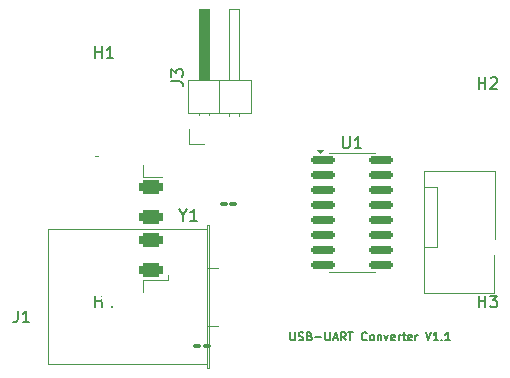
<source format=gto>
%TF.GenerationSoftware,KiCad,Pcbnew,9.0.3*%
%TF.CreationDate,2025-08-08T09:11:38+05:30*%
%TF.ProjectId,US-UART(Converter),55532d55-4152-4542-9843-6f6e76657274,rev?*%
%TF.SameCoordinates,Original*%
%TF.FileFunction,Legend,Top*%
%TF.FilePolarity,Positive*%
%FSLAX46Y46*%
G04 Gerber Fmt 4.6, Leading zero omitted, Abs format (unit mm)*
G04 Created by KiCad (PCBNEW 9.0.3) date 2025-08-08 09:11:38*
%MOMM*%
%LPD*%
G01*
G04 APERTURE LIST*
G04 Aperture macros list*
%AMRoundRect*
0 Rectangle with rounded corners*
0 $1 Rounding radius*
0 $2 $3 $4 $5 $6 $7 $8 $9 X,Y pos of 4 corners*
0 Add a 4 corners polygon primitive as box body*
4,1,4,$2,$3,$4,$5,$6,$7,$8,$9,$2,$3,0*
0 Add four circle primitives for the rounded corners*
1,1,$1+$1,$2,$3*
1,1,$1+$1,$4,$5*
1,1,$1+$1,$6,$7*
1,1,$1+$1,$8,$9*
0 Add four rect primitives between the rounded corners*
20,1,$1+$1,$2,$3,$4,$5,0*
20,1,$1+$1,$4,$5,$6,$7,0*
20,1,$1+$1,$6,$7,$8,$9,0*
20,1,$1+$1,$8,$9,$2,$3,0*%
G04 Aperture macros list end*
%ADD10C,0.175000*%
%ADD11C,0.150000*%
%ADD12C,0.120000*%
%ADD13C,0.225000*%
%ADD14C,3.800000*%
%ADD15C,1.500000*%
%ADD16R,1.700000X1.700000*%
%ADD17C,1.700000*%
%ADD18RoundRect,0.150000X-0.825000X-0.150000X0.825000X-0.150000X0.825000X0.150000X-0.825000X0.150000X0*%
%ADD19C,1.100000*%
%ADD20R,2.030000X1.730000*%
%ADD21O,2.030000X1.730000*%
%ADD22RoundRect,0.300000X0.700000X0.300000X-0.700000X0.300000X-0.700000X-0.300000X0.700000X-0.300000X0*%
%ADD23O,3.200000X1.300000*%
%ADD24RoundRect,0.100000X0.217500X0.100000X-0.217500X0.100000X-0.217500X-0.100000X0.217500X-0.100000X0*%
%ADD25RoundRect,0.100000X-0.217500X-0.100000X0.217500X-0.100000X0.217500X0.100000X-0.217500X0.100000X0*%
G04 APERTURE END LIST*
D10*
X112781797Y-83705233D02*
X112781797Y-84271900D01*
X112781797Y-84271900D02*
X112815131Y-84338566D01*
X112815131Y-84338566D02*
X112848464Y-84371900D01*
X112848464Y-84371900D02*
X112915131Y-84405233D01*
X112915131Y-84405233D02*
X113048464Y-84405233D01*
X113048464Y-84405233D02*
X113115131Y-84371900D01*
X113115131Y-84371900D02*
X113148464Y-84338566D01*
X113148464Y-84338566D02*
X113181797Y-84271900D01*
X113181797Y-84271900D02*
X113181797Y-83705233D01*
X113481797Y-84371900D02*
X113581797Y-84405233D01*
X113581797Y-84405233D02*
X113748464Y-84405233D01*
X113748464Y-84405233D02*
X113815130Y-84371900D01*
X113815130Y-84371900D02*
X113848464Y-84338566D01*
X113848464Y-84338566D02*
X113881797Y-84271900D01*
X113881797Y-84271900D02*
X113881797Y-84205233D01*
X113881797Y-84205233D02*
X113848464Y-84138566D01*
X113848464Y-84138566D02*
X113815130Y-84105233D01*
X113815130Y-84105233D02*
X113748464Y-84071900D01*
X113748464Y-84071900D02*
X113615130Y-84038566D01*
X113615130Y-84038566D02*
X113548464Y-84005233D01*
X113548464Y-84005233D02*
X113515130Y-83971900D01*
X113515130Y-83971900D02*
X113481797Y-83905233D01*
X113481797Y-83905233D02*
X113481797Y-83838566D01*
X113481797Y-83838566D02*
X113515130Y-83771900D01*
X113515130Y-83771900D02*
X113548464Y-83738566D01*
X113548464Y-83738566D02*
X113615130Y-83705233D01*
X113615130Y-83705233D02*
X113781797Y-83705233D01*
X113781797Y-83705233D02*
X113881797Y-83738566D01*
X114415131Y-84038566D02*
X114515131Y-84071900D01*
X114515131Y-84071900D02*
X114548464Y-84105233D01*
X114548464Y-84105233D02*
X114581797Y-84171900D01*
X114581797Y-84171900D02*
X114581797Y-84271900D01*
X114581797Y-84271900D02*
X114548464Y-84338566D01*
X114548464Y-84338566D02*
X114515131Y-84371900D01*
X114515131Y-84371900D02*
X114448464Y-84405233D01*
X114448464Y-84405233D02*
X114181797Y-84405233D01*
X114181797Y-84405233D02*
X114181797Y-83705233D01*
X114181797Y-83705233D02*
X114415131Y-83705233D01*
X114415131Y-83705233D02*
X114481797Y-83738566D01*
X114481797Y-83738566D02*
X114515131Y-83771900D01*
X114515131Y-83771900D02*
X114548464Y-83838566D01*
X114548464Y-83838566D02*
X114548464Y-83905233D01*
X114548464Y-83905233D02*
X114515131Y-83971900D01*
X114515131Y-83971900D02*
X114481797Y-84005233D01*
X114481797Y-84005233D02*
X114415131Y-84038566D01*
X114415131Y-84038566D02*
X114181797Y-84038566D01*
X114881797Y-84138566D02*
X115415131Y-84138566D01*
X115748464Y-83705233D02*
X115748464Y-84271900D01*
X115748464Y-84271900D02*
X115781798Y-84338566D01*
X115781798Y-84338566D02*
X115815131Y-84371900D01*
X115815131Y-84371900D02*
X115881798Y-84405233D01*
X115881798Y-84405233D02*
X116015131Y-84405233D01*
X116015131Y-84405233D02*
X116081798Y-84371900D01*
X116081798Y-84371900D02*
X116115131Y-84338566D01*
X116115131Y-84338566D02*
X116148464Y-84271900D01*
X116148464Y-84271900D02*
X116148464Y-83705233D01*
X116448464Y-84205233D02*
X116781797Y-84205233D01*
X116381797Y-84405233D02*
X116615131Y-83705233D01*
X116615131Y-83705233D02*
X116848464Y-84405233D01*
X117481797Y-84405233D02*
X117248464Y-84071900D01*
X117081797Y-84405233D02*
X117081797Y-83705233D01*
X117081797Y-83705233D02*
X117348464Y-83705233D01*
X117348464Y-83705233D02*
X117415131Y-83738566D01*
X117415131Y-83738566D02*
X117448464Y-83771900D01*
X117448464Y-83771900D02*
X117481797Y-83838566D01*
X117481797Y-83838566D02*
X117481797Y-83938566D01*
X117481797Y-83938566D02*
X117448464Y-84005233D01*
X117448464Y-84005233D02*
X117415131Y-84038566D01*
X117415131Y-84038566D02*
X117348464Y-84071900D01*
X117348464Y-84071900D02*
X117081797Y-84071900D01*
X117681797Y-83705233D02*
X118081797Y-83705233D01*
X117881797Y-84405233D02*
X117881797Y-83705233D01*
X119248463Y-84338566D02*
X119215130Y-84371900D01*
X119215130Y-84371900D02*
X119115130Y-84405233D01*
X119115130Y-84405233D02*
X119048463Y-84405233D01*
X119048463Y-84405233D02*
X118948463Y-84371900D01*
X118948463Y-84371900D02*
X118881797Y-84305233D01*
X118881797Y-84305233D02*
X118848463Y-84238566D01*
X118848463Y-84238566D02*
X118815130Y-84105233D01*
X118815130Y-84105233D02*
X118815130Y-84005233D01*
X118815130Y-84005233D02*
X118848463Y-83871900D01*
X118848463Y-83871900D02*
X118881797Y-83805233D01*
X118881797Y-83805233D02*
X118948463Y-83738566D01*
X118948463Y-83738566D02*
X119048463Y-83705233D01*
X119048463Y-83705233D02*
X119115130Y-83705233D01*
X119115130Y-83705233D02*
X119215130Y-83738566D01*
X119215130Y-83738566D02*
X119248463Y-83771900D01*
X119648463Y-84405233D02*
X119581797Y-84371900D01*
X119581797Y-84371900D02*
X119548463Y-84338566D01*
X119548463Y-84338566D02*
X119515130Y-84271900D01*
X119515130Y-84271900D02*
X119515130Y-84071900D01*
X119515130Y-84071900D02*
X119548463Y-84005233D01*
X119548463Y-84005233D02*
X119581797Y-83971900D01*
X119581797Y-83971900D02*
X119648463Y-83938566D01*
X119648463Y-83938566D02*
X119748463Y-83938566D01*
X119748463Y-83938566D02*
X119815130Y-83971900D01*
X119815130Y-83971900D02*
X119848463Y-84005233D01*
X119848463Y-84005233D02*
X119881797Y-84071900D01*
X119881797Y-84071900D02*
X119881797Y-84271900D01*
X119881797Y-84271900D02*
X119848463Y-84338566D01*
X119848463Y-84338566D02*
X119815130Y-84371900D01*
X119815130Y-84371900D02*
X119748463Y-84405233D01*
X119748463Y-84405233D02*
X119648463Y-84405233D01*
X120181796Y-83938566D02*
X120181796Y-84405233D01*
X120181796Y-84005233D02*
X120215130Y-83971900D01*
X120215130Y-83971900D02*
X120281796Y-83938566D01*
X120281796Y-83938566D02*
X120381796Y-83938566D01*
X120381796Y-83938566D02*
X120448463Y-83971900D01*
X120448463Y-83971900D02*
X120481796Y-84038566D01*
X120481796Y-84038566D02*
X120481796Y-84405233D01*
X120748463Y-83938566D02*
X120915129Y-84405233D01*
X120915129Y-84405233D02*
X121081796Y-83938566D01*
X121615129Y-84371900D02*
X121548462Y-84405233D01*
X121548462Y-84405233D02*
X121415129Y-84405233D01*
X121415129Y-84405233D02*
X121348462Y-84371900D01*
X121348462Y-84371900D02*
X121315129Y-84305233D01*
X121315129Y-84305233D02*
X121315129Y-84038566D01*
X121315129Y-84038566D02*
X121348462Y-83971900D01*
X121348462Y-83971900D02*
X121415129Y-83938566D01*
X121415129Y-83938566D02*
X121548462Y-83938566D01*
X121548462Y-83938566D02*
X121615129Y-83971900D01*
X121615129Y-83971900D02*
X121648462Y-84038566D01*
X121648462Y-84038566D02*
X121648462Y-84105233D01*
X121648462Y-84105233D02*
X121315129Y-84171900D01*
X121948462Y-84405233D02*
X121948462Y-83938566D01*
X121948462Y-84071900D02*
X121981796Y-84005233D01*
X121981796Y-84005233D02*
X122015129Y-83971900D01*
X122015129Y-83971900D02*
X122081796Y-83938566D01*
X122081796Y-83938566D02*
X122148462Y-83938566D01*
X122281795Y-83938566D02*
X122548462Y-83938566D01*
X122381795Y-83705233D02*
X122381795Y-84305233D01*
X122381795Y-84305233D02*
X122415129Y-84371900D01*
X122415129Y-84371900D02*
X122481795Y-84405233D01*
X122481795Y-84405233D02*
X122548462Y-84405233D01*
X123048462Y-84371900D02*
X122981795Y-84405233D01*
X122981795Y-84405233D02*
X122848462Y-84405233D01*
X122848462Y-84405233D02*
X122781795Y-84371900D01*
X122781795Y-84371900D02*
X122748462Y-84305233D01*
X122748462Y-84305233D02*
X122748462Y-84038566D01*
X122748462Y-84038566D02*
X122781795Y-83971900D01*
X122781795Y-83971900D02*
X122848462Y-83938566D01*
X122848462Y-83938566D02*
X122981795Y-83938566D01*
X122981795Y-83938566D02*
X123048462Y-83971900D01*
X123048462Y-83971900D02*
X123081795Y-84038566D01*
X123081795Y-84038566D02*
X123081795Y-84105233D01*
X123081795Y-84105233D02*
X122748462Y-84171900D01*
X123381795Y-84405233D02*
X123381795Y-83938566D01*
X123381795Y-84071900D02*
X123415129Y-84005233D01*
X123415129Y-84005233D02*
X123448462Y-83971900D01*
X123448462Y-83971900D02*
X123515129Y-83938566D01*
X123515129Y-83938566D02*
X123581795Y-83938566D01*
X124248461Y-83705233D02*
X124481795Y-84405233D01*
X124481795Y-84405233D02*
X124715128Y-83705233D01*
X125315128Y-84405233D02*
X124915128Y-84405233D01*
X125115128Y-84405233D02*
X125115128Y-83705233D01*
X125115128Y-83705233D02*
X125048461Y-83805233D01*
X125048461Y-83805233D02*
X124981795Y-83871900D01*
X124981795Y-83871900D02*
X124915128Y-83905233D01*
X125615128Y-84338566D02*
X125648462Y-84371900D01*
X125648462Y-84371900D02*
X125615128Y-84405233D01*
X125615128Y-84405233D02*
X125581795Y-84371900D01*
X125581795Y-84371900D02*
X125615128Y-84338566D01*
X125615128Y-84338566D02*
X125615128Y-84405233D01*
X126315128Y-84405233D02*
X125915128Y-84405233D01*
X126115128Y-84405233D02*
X126115128Y-83705233D01*
X126115128Y-83705233D02*
X126048461Y-83805233D01*
X126048461Y-83805233D02*
X125981795Y-83871900D01*
X125981795Y-83871900D02*
X125915128Y-83905233D01*
D11*
X96238095Y-60504819D02*
X96238095Y-59504819D01*
X96238095Y-59981009D02*
X96809523Y-59981009D01*
X96809523Y-60504819D02*
X96809523Y-59504819D01*
X97809523Y-60504819D02*
X97238095Y-60504819D01*
X97523809Y-60504819D02*
X97523809Y-59504819D01*
X97523809Y-59504819D02*
X97428571Y-59647676D01*
X97428571Y-59647676D02*
X97333333Y-59742914D01*
X97333333Y-59742914D02*
X97238095Y-59790533D01*
X96238095Y-81604819D02*
X96238095Y-80604819D01*
X96238095Y-81081009D02*
X96809523Y-81081009D01*
X96809523Y-81604819D02*
X96809523Y-80604819D01*
X97714285Y-80938152D02*
X97714285Y-81604819D01*
X97476190Y-80557200D02*
X97238095Y-81271485D01*
X97238095Y-81271485D02*
X97857142Y-81271485D01*
X128738095Y-81604819D02*
X128738095Y-80604819D01*
X128738095Y-81081009D02*
X129309523Y-81081009D01*
X129309523Y-81604819D02*
X129309523Y-80604819D01*
X129690476Y-80604819D02*
X130309523Y-80604819D01*
X130309523Y-80604819D02*
X129976190Y-80985771D01*
X129976190Y-80985771D02*
X130119047Y-80985771D01*
X130119047Y-80985771D02*
X130214285Y-81033390D01*
X130214285Y-81033390D02*
X130261904Y-81081009D01*
X130261904Y-81081009D02*
X130309523Y-81176247D01*
X130309523Y-81176247D02*
X130309523Y-81414342D01*
X130309523Y-81414342D02*
X130261904Y-81509580D01*
X130261904Y-81509580D02*
X130214285Y-81557200D01*
X130214285Y-81557200D02*
X130119047Y-81604819D01*
X130119047Y-81604819D02*
X129833333Y-81604819D01*
X129833333Y-81604819D02*
X129738095Y-81557200D01*
X129738095Y-81557200D02*
X129690476Y-81509580D01*
X103711309Y-73793628D02*
X103711309Y-74269819D01*
X103377976Y-73269819D02*
X103711309Y-73793628D01*
X103711309Y-73793628D02*
X104044642Y-73269819D01*
X104901785Y-74269819D02*
X104330357Y-74269819D01*
X104616071Y-74269819D02*
X104616071Y-73269819D01*
X104616071Y-73269819D02*
X104520833Y-73412676D01*
X104520833Y-73412676D02*
X104425595Y-73507914D01*
X104425595Y-73507914D02*
X104330357Y-73555533D01*
X102684819Y-62448333D02*
X103399104Y-62448333D01*
X103399104Y-62448333D02*
X103541961Y-62495952D01*
X103541961Y-62495952D02*
X103637200Y-62591190D01*
X103637200Y-62591190D02*
X103684819Y-62734047D01*
X103684819Y-62734047D02*
X103684819Y-62829285D01*
X102684819Y-62067380D02*
X102684819Y-61448333D01*
X102684819Y-61448333D02*
X103065771Y-61781666D01*
X103065771Y-61781666D02*
X103065771Y-61638809D01*
X103065771Y-61638809D02*
X103113390Y-61543571D01*
X103113390Y-61543571D02*
X103161009Y-61495952D01*
X103161009Y-61495952D02*
X103256247Y-61448333D01*
X103256247Y-61448333D02*
X103494342Y-61448333D01*
X103494342Y-61448333D02*
X103589580Y-61495952D01*
X103589580Y-61495952D02*
X103637200Y-61543571D01*
X103637200Y-61543571D02*
X103684819Y-61638809D01*
X103684819Y-61638809D02*
X103684819Y-61924523D01*
X103684819Y-61924523D02*
X103637200Y-62019761D01*
X103637200Y-62019761D02*
X103589580Y-62067380D01*
X128738095Y-63104819D02*
X128738095Y-62104819D01*
X128738095Y-62581009D02*
X129309523Y-62581009D01*
X129309523Y-63104819D02*
X129309523Y-62104819D01*
X129738095Y-62200057D02*
X129785714Y-62152438D01*
X129785714Y-62152438D02*
X129880952Y-62104819D01*
X129880952Y-62104819D02*
X130119047Y-62104819D01*
X130119047Y-62104819D02*
X130214285Y-62152438D01*
X130214285Y-62152438D02*
X130261904Y-62200057D01*
X130261904Y-62200057D02*
X130309523Y-62295295D01*
X130309523Y-62295295D02*
X130309523Y-62390533D01*
X130309523Y-62390533D02*
X130261904Y-62533390D01*
X130261904Y-62533390D02*
X129690476Y-63104819D01*
X129690476Y-63104819D02*
X130309523Y-63104819D01*
X117235595Y-67134819D02*
X117235595Y-67944342D01*
X117235595Y-67944342D02*
X117283214Y-68039580D01*
X117283214Y-68039580D02*
X117330833Y-68087200D01*
X117330833Y-68087200D02*
X117426071Y-68134819D01*
X117426071Y-68134819D02*
X117616547Y-68134819D01*
X117616547Y-68134819D02*
X117711785Y-68087200D01*
X117711785Y-68087200D02*
X117759404Y-68039580D01*
X117759404Y-68039580D02*
X117807023Y-67944342D01*
X117807023Y-67944342D02*
X117807023Y-67134819D01*
X118807023Y-68134819D02*
X118235595Y-68134819D01*
X118521309Y-68134819D02*
X118521309Y-67134819D01*
X118521309Y-67134819D02*
X118426071Y-67277676D01*
X118426071Y-67277676D02*
X118330833Y-67372914D01*
X118330833Y-67372914D02*
X118235595Y-67420533D01*
X89691666Y-81879819D02*
X89691666Y-82594104D01*
X89691666Y-82594104D02*
X89644047Y-82736961D01*
X89644047Y-82736961D02*
X89548809Y-82832200D01*
X89548809Y-82832200D02*
X89405952Y-82879819D01*
X89405952Y-82879819D02*
X89310714Y-82879819D01*
X90691666Y-82879819D02*
X90120238Y-82879819D01*
X90405952Y-82879819D02*
X90405952Y-81879819D01*
X90405952Y-81879819D02*
X90310714Y-82022676D01*
X90310714Y-82022676D02*
X90215476Y-82117914D01*
X90215476Y-82117914D02*
X90120238Y-82165533D01*
D12*
X106630000Y-78250000D02*
X106690000Y-78250000D01*
X105760000Y-78250000D02*
X106630000Y-78250000D01*
X106630000Y-83150000D02*
X106690000Y-83150000D01*
X105760000Y-83150000D02*
X106630000Y-83150000D01*
X105880000Y-74640000D02*
X105760000Y-74640000D01*
X105760000Y-86760000D01*
X105880000Y-86760000D01*
X105880000Y-74640000D01*
X105760000Y-74990000D02*
X92240000Y-74990000D01*
X92240000Y-86410000D01*
X105760000Y-86410000D01*
X105760000Y-74990000D01*
X104230000Y-67770000D02*
X104230000Y-66500000D01*
X105500000Y-67770000D02*
X104230000Y-67770000D01*
X107610000Y-65422642D02*
X107610000Y-65110000D01*
X108470000Y-65422642D02*
X108470000Y-65110000D01*
X105070000Y-65340000D02*
X105070000Y-65110000D01*
X105930000Y-65340000D02*
X105930000Y-65110000D01*
X104120000Y-65110000D02*
X109420000Y-65110000D01*
X106770000Y-65110000D02*
X106770000Y-62350000D01*
X109420000Y-65110000D02*
X109420000Y-62350000D01*
X104120000Y-62350000D02*
X104120000Y-65110000D01*
X107610000Y-62350000D02*
X107610000Y-56350000D01*
X109420000Y-62350000D02*
X104120000Y-62350000D01*
X107610000Y-56350000D02*
X108470000Y-56350000D01*
X108470000Y-56350000D02*
X108470000Y-62350000D01*
X105070000Y-62350000D02*
X105930000Y-62350000D01*
X105930000Y-56350000D01*
X105070000Y-56350000D01*
X105070000Y-62350000D01*
G36*
X105070000Y-62350000D02*
G01*
X105930000Y-62350000D01*
X105930000Y-56350000D01*
X105070000Y-56350000D01*
X105070000Y-62350000D01*
G37*
X117997500Y-68520000D02*
X116047500Y-68520000D01*
X117997500Y-68520000D02*
X119947500Y-68520000D01*
X117997500Y-78640000D02*
X116047500Y-78640000D01*
X117997500Y-78640000D02*
X119947500Y-78640000D01*
X115297500Y-68575000D02*
X115057500Y-68245000D01*
X115537500Y-68245000D01*
X115297500Y-68575000D01*
G36*
X115297500Y-68575000D02*
G01*
X115057500Y-68245000D01*
X115537500Y-68245000D01*
X115297500Y-68575000D01*
G37*
X130100000Y-70070000D02*
X130100000Y-75820000D01*
X124100000Y-70070000D02*
X130100000Y-70070000D01*
X125210000Y-71420000D02*
X125210000Y-76500000D01*
X124200000Y-71420000D02*
X125210000Y-71420000D01*
X125210000Y-76500000D02*
X124200000Y-76500000D01*
X130050000Y-77170000D02*
X130050000Y-80370000D01*
X130050000Y-80370000D02*
X124100000Y-80370000D01*
X124100000Y-80370000D02*
X124100000Y-70070000D01*
X102425000Y-79285000D02*
X102425000Y-78825000D01*
X102425000Y-79285000D02*
X100325000Y-79285000D01*
X101945000Y-70565000D02*
X100325000Y-70565000D01*
X100325000Y-80325000D02*
X100325000Y-79285000D01*
X100325000Y-70565000D02*
X100325000Y-69525000D01*
X96540000Y-81035000D02*
X96270000Y-81035000D01*
X96540000Y-68815000D02*
X96270000Y-68815000D01*
%LPC*%
D13*
X112819454Y-85835300D02*
X112948026Y-85878157D01*
X112948026Y-85878157D02*
X113162311Y-85878157D01*
X113162311Y-85878157D02*
X113248026Y-85835300D01*
X113248026Y-85835300D02*
X113290883Y-85792442D01*
X113290883Y-85792442D02*
X113333740Y-85706728D01*
X113333740Y-85706728D02*
X113333740Y-85621014D01*
X113333740Y-85621014D02*
X113290883Y-85535300D01*
X113290883Y-85535300D02*
X113248026Y-85492442D01*
X113248026Y-85492442D02*
X113162311Y-85449585D01*
X113162311Y-85449585D02*
X112990883Y-85406728D01*
X112990883Y-85406728D02*
X112905168Y-85363871D01*
X112905168Y-85363871D02*
X112862311Y-85321014D01*
X112862311Y-85321014D02*
X112819454Y-85235300D01*
X112819454Y-85235300D02*
X112819454Y-85149585D01*
X112819454Y-85149585D02*
X112862311Y-85063871D01*
X112862311Y-85063871D02*
X112905168Y-85021014D01*
X112905168Y-85021014D02*
X112990883Y-84978157D01*
X112990883Y-84978157D02*
X113205168Y-84978157D01*
X113205168Y-84978157D02*
X113333740Y-85021014D01*
X113719454Y-85878157D02*
X113719454Y-84978157D01*
X114105169Y-85878157D02*
X114105169Y-85406728D01*
X114105169Y-85406728D02*
X114062311Y-85321014D01*
X114062311Y-85321014D02*
X113976597Y-85278157D01*
X113976597Y-85278157D02*
X113848026Y-85278157D01*
X113848026Y-85278157D02*
X113762311Y-85321014D01*
X113762311Y-85321014D02*
X113719454Y-85363871D01*
X114919455Y-85278157D02*
X114919455Y-85878157D01*
X114533740Y-85278157D02*
X114533740Y-85749585D01*
X114533740Y-85749585D02*
X114576597Y-85835300D01*
X114576597Y-85835300D02*
X114662312Y-85878157D01*
X114662312Y-85878157D02*
X114790883Y-85878157D01*
X114790883Y-85878157D02*
X114876597Y-85835300D01*
X114876597Y-85835300D02*
X114919455Y-85792442D01*
X115348026Y-85878157D02*
X115348026Y-84978157D01*
X115348026Y-85321014D02*
X115433741Y-85278157D01*
X115433741Y-85278157D02*
X115605169Y-85278157D01*
X115605169Y-85278157D02*
X115690883Y-85321014D01*
X115690883Y-85321014D02*
X115733741Y-85363871D01*
X115733741Y-85363871D02*
X115776598Y-85449585D01*
X115776598Y-85449585D02*
X115776598Y-85706728D01*
X115776598Y-85706728D02*
X115733741Y-85792442D01*
X115733741Y-85792442D02*
X115690883Y-85835300D01*
X115690883Y-85835300D02*
X115605169Y-85878157D01*
X115605169Y-85878157D02*
X115433741Y-85878157D01*
X115433741Y-85878157D02*
X115348026Y-85835300D01*
X116162312Y-85878157D02*
X116162312Y-84978157D01*
X116548027Y-85878157D02*
X116548027Y-85406728D01*
X116548027Y-85406728D02*
X116505169Y-85321014D01*
X116505169Y-85321014D02*
X116419455Y-85278157D01*
X116419455Y-85278157D02*
X116290884Y-85278157D01*
X116290884Y-85278157D02*
X116205169Y-85321014D01*
X116205169Y-85321014D02*
X116162312Y-85363871D01*
X117362313Y-85878157D02*
X117362313Y-85406728D01*
X117362313Y-85406728D02*
X117319455Y-85321014D01*
X117319455Y-85321014D02*
X117233741Y-85278157D01*
X117233741Y-85278157D02*
X117062313Y-85278157D01*
X117062313Y-85278157D02*
X116976598Y-85321014D01*
X117362313Y-85835300D02*
X117276598Y-85878157D01*
X117276598Y-85878157D02*
X117062313Y-85878157D01*
X117062313Y-85878157D02*
X116976598Y-85835300D01*
X116976598Y-85835300D02*
X116933741Y-85749585D01*
X116933741Y-85749585D02*
X116933741Y-85663871D01*
X116933741Y-85663871D02*
X116976598Y-85578157D01*
X116976598Y-85578157D02*
X117062313Y-85535300D01*
X117062313Y-85535300D02*
X117276598Y-85535300D01*
X117276598Y-85535300D02*
X117362313Y-85492442D01*
X117790884Y-85878157D02*
X117790884Y-85278157D01*
X117790884Y-85363871D02*
X117833741Y-85321014D01*
X117833741Y-85321014D02*
X117919456Y-85278157D01*
X117919456Y-85278157D02*
X118048027Y-85278157D01*
X118048027Y-85278157D02*
X118133741Y-85321014D01*
X118133741Y-85321014D02*
X118176599Y-85406728D01*
X118176599Y-85406728D02*
X118176599Y-85878157D01*
X118176599Y-85406728D02*
X118219456Y-85321014D01*
X118219456Y-85321014D02*
X118305170Y-85278157D01*
X118305170Y-85278157D02*
X118433741Y-85278157D01*
X118433741Y-85278157D02*
X118519456Y-85321014D01*
X118519456Y-85321014D02*
X118562313Y-85406728D01*
X118562313Y-85406728D02*
X118562313Y-85878157D01*
X119590884Y-84978157D02*
X119805170Y-85878157D01*
X119805170Y-85878157D02*
X119976598Y-85235300D01*
X119976598Y-85235300D02*
X120148027Y-85878157D01*
X120148027Y-85878157D02*
X120362313Y-84978157D01*
X121090884Y-85878157D02*
X121090884Y-85406728D01*
X121090884Y-85406728D02*
X121048026Y-85321014D01*
X121048026Y-85321014D02*
X120962312Y-85278157D01*
X120962312Y-85278157D02*
X120790884Y-85278157D01*
X120790884Y-85278157D02*
X120705169Y-85321014D01*
X121090884Y-85835300D02*
X121005169Y-85878157D01*
X121005169Y-85878157D02*
X120790884Y-85878157D01*
X120790884Y-85878157D02*
X120705169Y-85835300D01*
X120705169Y-85835300D02*
X120662312Y-85749585D01*
X120662312Y-85749585D02*
X120662312Y-85663871D01*
X120662312Y-85663871D02*
X120705169Y-85578157D01*
X120705169Y-85578157D02*
X120790884Y-85535300D01*
X120790884Y-85535300D02*
X121005169Y-85535300D01*
X121005169Y-85535300D02*
X121090884Y-85492442D01*
X121519455Y-85878157D02*
X121519455Y-85278157D01*
X121519455Y-84978157D02*
X121476598Y-85021014D01*
X121476598Y-85021014D02*
X121519455Y-85063871D01*
X121519455Y-85063871D02*
X121562312Y-85021014D01*
X121562312Y-85021014D02*
X121519455Y-84978157D01*
X121519455Y-84978157D02*
X121519455Y-85063871D01*
X121948026Y-85278157D02*
X121948026Y-85878157D01*
X121948026Y-85363871D02*
X121990883Y-85321014D01*
X121990883Y-85321014D02*
X122076598Y-85278157D01*
X122076598Y-85278157D02*
X122205169Y-85278157D01*
X122205169Y-85278157D02*
X122290883Y-85321014D01*
X122290883Y-85321014D02*
X122333741Y-85406728D01*
X122333741Y-85406728D02*
X122333741Y-85878157D01*
X123148027Y-85278157D02*
X123148027Y-86006728D01*
X123148027Y-86006728D02*
X123105169Y-86092442D01*
X123105169Y-86092442D02*
X123062312Y-86135300D01*
X123062312Y-86135300D02*
X122976598Y-86178157D01*
X122976598Y-86178157D02*
X122848027Y-86178157D01*
X122848027Y-86178157D02*
X122762312Y-86135300D01*
X123148027Y-85835300D02*
X123062312Y-85878157D01*
X123062312Y-85878157D02*
X122890884Y-85878157D01*
X122890884Y-85878157D02*
X122805169Y-85835300D01*
X122805169Y-85835300D02*
X122762312Y-85792442D01*
X122762312Y-85792442D02*
X122719455Y-85706728D01*
X122719455Y-85706728D02*
X122719455Y-85449585D01*
X122719455Y-85449585D02*
X122762312Y-85363871D01*
X122762312Y-85363871D02*
X122805169Y-85321014D01*
X122805169Y-85321014D02*
X122890884Y-85278157D01*
X122890884Y-85278157D02*
X123062312Y-85278157D01*
X123062312Y-85278157D02*
X123148027Y-85321014D01*
X123962313Y-85878157D02*
X123962313Y-85406728D01*
X123962313Y-85406728D02*
X123919455Y-85321014D01*
X123919455Y-85321014D02*
X123833741Y-85278157D01*
X123833741Y-85278157D02*
X123662313Y-85278157D01*
X123662313Y-85278157D02*
X123576598Y-85321014D01*
X123962313Y-85835300D02*
X123876598Y-85878157D01*
X123876598Y-85878157D02*
X123662313Y-85878157D01*
X123662313Y-85878157D02*
X123576598Y-85835300D01*
X123576598Y-85835300D02*
X123533741Y-85749585D01*
X123533741Y-85749585D02*
X123533741Y-85663871D01*
X123533741Y-85663871D02*
X123576598Y-85578157D01*
X123576598Y-85578157D02*
X123662313Y-85535300D01*
X123662313Y-85535300D02*
X123876598Y-85535300D01*
X123876598Y-85535300D02*
X123962313Y-85492442D01*
X124776599Y-85878157D02*
X124776599Y-84978157D01*
X124776599Y-85835300D02*
X124690884Y-85878157D01*
X124690884Y-85878157D02*
X124519456Y-85878157D01*
X124519456Y-85878157D02*
X124433741Y-85835300D01*
X124433741Y-85835300D02*
X124390884Y-85792442D01*
X124390884Y-85792442D02*
X124348027Y-85706728D01*
X124348027Y-85706728D02*
X124348027Y-85449585D01*
X124348027Y-85449585D02*
X124390884Y-85363871D01*
X124390884Y-85363871D02*
X124433741Y-85321014D01*
X124433741Y-85321014D02*
X124519456Y-85278157D01*
X124519456Y-85278157D02*
X124690884Y-85278157D01*
X124690884Y-85278157D02*
X124776599Y-85321014D01*
X125548027Y-85835300D02*
X125462313Y-85878157D01*
X125462313Y-85878157D02*
X125290885Y-85878157D01*
X125290885Y-85878157D02*
X125205170Y-85835300D01*
X125205170Y-85835300D02*
X125162313Y-85749585D01*
X125162313Y-85749585D02*
X125162313Y-85406728D01*
X125162313Y-85406728D02*
X125205170Y-85321014D01*
X125205170Y-85321014D02*
X125290885Y-85278157D01*
X125290885Y-85278157D02*
X125462313Y-85278157D01*
X125462313Y-85278157D02*
X125548027Y-85321014D01*
X125548027Y-85321014D02*
X125590885Y-85406728D01*
X125590885Y-85406728D02*
X125590885Y-85492442D01*
X125590885Y-85492442D02*
X125162313Y-85578157D01*
D14*
X97000000Y-65500000D03*
X97000000Y-84000000D03*
X129500000Y-84000000D03*
D15*
X107500000Y-78250000D03*
X107500000Y-83150000D03*
D16*
X105500000Y-66500000D03*
D17*
X108040000Y-66500000D03*
D14*
X129500000Y-65500000D03*
D18*
X115522500Y-69135000D03*
X115522500Y-70405000D03*
X115522500Y-71675000D03*
X115522500Y-72945000D03*
X115522500Y-74215000D03*
X115522500Y-75485000D03*
X115522500Y-76755000D03*
X115522500Y-78025000D03*
X120472500Y-78025000D03*
X120472500Y-76755000D03*
X120472500Y-75485000D03*
X120472500Y-74215000D03*
X120472500Y-72945000D03*
X120472500Y-71675000D03*
X120472500Y-70405000D03*
X120472500Y-69135000D03*
D19*
X129660000Y-76500000D03*
D20*
X127500000Y-71420000D03*
D21*
X127500000Y-73960000D03*
X127500000Y-76500000D03*
X127500000Y-79040000D03*
D19*
X98400000Y-77175000D03*
X98400000Y-72675000D03*
D22*
X101000000Y-78425000D03*
X101000000Y-75925000D03*
X101000000Y-73925000D03*
X101000000Y-71425000D03*
D23*
X98400000Y-80775000D03*
X98400000Y-69075000D03*
D24*
X105740000Y-84850000D03*
X104925000Y-84850000D03*
D25*
X107145000Y-72870000D03*
X107960000Y-72870000D03*
%LPD*%
M02*

</source>
